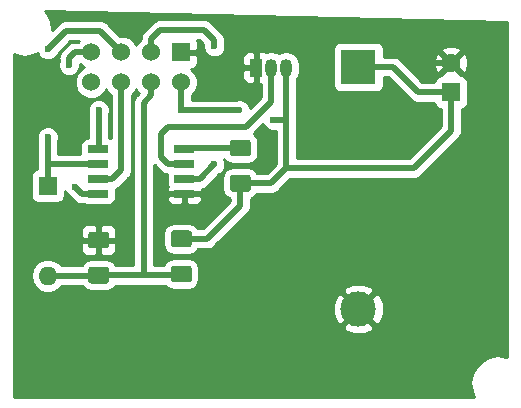
<source format=gbl>
G04 #@! TF.GenerationSoftware,KiCad,Pcbnew,5.0.0*
G04 #@! TF.CreationDate,2018-09-22T16:21:52+03:00*
G04 #@! TF.ProjectId,hamster-attiny85,68616D737465722D617474696E793835,rev?*
G04 #@! TF.SameCoordinates,Original*
G04 #@! TF.FileFunction,Copper,L2,Bot*
G04 #@! TF.FilePolarity,Positive*
%FSLAX46Y46*%
G04 Gerber Fmt 4.6, Leading zero omitted, Abs format (unit mm)*
G04 Created by KiCad (PCBNEW 5.0.0) date Sat Sep 22 16:21:52 2018*
%MOMM*%
%LPD*%
G01*
G04 APERTURE LIST*
G04 #@! TA.AperFunction,ComponentPad*
%ADD10R,1.600000X1.600000*%
G04 #@! TD*
G04 #@! TA.AperFunction,ComponentPad*
%ADD11C,1.600000*%
G04 #@! TD*
G04 #@! TA.AperFunction,ComponentPad*
%ADD12C,3.000000*%
G04 #@! TD*
G04 #@! TA.AperFunction,ComponentPad*
%ADD13R,3.000000X3.000000*%
G04 #@! TD*
G04 #@! TA.AperFunction,Conductor*
%ADD14C,0.150000*%
G04 #@! TD*
G04 #@! TA.AperFunction,SMDPad,CuDef*
%ADD15C,1.425000*%
G04 #@! TD*
G04 #@! TA.AperFunction,ComponentPad*
%ADD16O,1.600000X1.600000*%
G04 #@! TD*
G04 #@! TA.AperFunction,SMDPad,CuDef*
%ADD17R,1.700000X0.650000*%
G04 #@! TD*
G04 #@! TA.AperFunction,ComponentPad*
%ADD18O,1.050000X1.500000*%
G04 #@! TD*
G04 #@! TA.AperFunction,ComponentPad*
%ADD19R,1.050000X1.500000*%
G04 #@! TD*
G04 #@! TA.AperFunction,ComponentPad*
%ADD20R,1.524000X1.524000*%
G04 #@! TD*
G04 #@! TA.AperFunction,ComponentPad*
%ADD21C,1.524000*%
G04 #@! TD*
G04 #@! TA.AperFunction,ViaPad*
%ADD22C,0.600000*%
G04 #@! TD*
G04 #@! TA.AperFunction,Conductor*
%ADD23C,0.500000*%
G04 #@! TD*
G04 #@! TA.AperFunction,Conductor*
%ADD24C,0.254000*%
G04 #@! TD*
G04 APERTURE END LIST*
D10*
G04 #@! TO.P,C1,1*
G04 #@! TO.N,+3V3*
X139900000Y-93250000D03*
D11*
G04 #@! TO.P,C1,2*
G04 #@! TO.N,GND*
X139900000Y-90750000D03*
G04 #@! TD*
D12*
G04 #@! TO.P,BT1,2*
G04 #@! TO.N,GND*
X132050000Y-111590000D03*
D13*
G04 #@! TO.P,BT1,1*
G04 #@! TO.N,+3V3*
X132050000Y-91100000D03*
G04 #@! TD*
D14*
G04 #@! TO.N,Net-(C2-Pad1)*
G04 #@! TO.C,C2*
G36*
X110699504Y-108013704D02*
X110723773Y-108017304D01*
X110747571Y-108023265D01*
X110770671Y-108031530D01*
X110792849Y-108042020D01*
X110813893Y-108054633D01*
X110833598Y-108069247D01*
X110851777Y-108085723D01*
X110868253Y-108103902D01*
X110882867Y-108123607D01*
X110895480Y-108144651D01*
X110905970Y-108166829D01*
X110914235Y-108189929D01*
X110920196Y-108213727D01*
X110923796Y-108237996D01*
X110925000Y-108262500D01*
X110925000Y-109187500D01*
X110923796Y-109212004D01*
X110920196Y-109236273D01*
X110914235Y-109260071D01*
X110905970Y-109283171D01*
X110895480Y-109305349D01*
X110882867Y-109326393D01*
X110868253Y-109346098D01*
X110851777Y-109364277D01*
X110833598Y-109380753D01*
X110813893Y-109395367D01*
X110792849Y-109407980D01*
X110770671Y-109418470D01*
X110747571Y-109426735D01*
X110723773Y-109432696D01*
X110699504Y-109436296D01*
X110675000Y-109437500D01*
X109425000Y-109437500D01*
X109400496Y-109436296D01*
X109376227Y-109432696D01*
X109352429Y-109426735D01*
X109329329Y-109418470D01*
X109307151Y-109407980D01*
X109286107Y-109395367D01*
X109266402Y-109380753D01*
X109248223Y-109364277D01*
X109231747Y-109346098D01*
X109217133Y-109326393D01*
X109204520Y-109305349D01*
X109194030Y-109283171D01*
X109185765Y-109260071D01*
X109179804Y-109236273D01*
X109176204Y-109212004D01*
X109175000Y-109187500D01*
X109175000Y-108262500D01*
X109176204Y-108237996D01*
X109179804Y-108213727D01*
X109185765Y-108189929D01*
X109194030Y-108166829D01*
X109204520Y-108144651D01*
X109217133Y-108123607D01*
X109231747Y-108103902D01*
X109248223Y-108085723D01*
X109266402Y-108069247D01*
X109286107Y-108054633D01*
X109307151Y-108042020D01*
X109329329Y-108031530D01*
X109352429Y-108023265D01*
X109376227Y-108017304D01*
X109400496Y-108013704D01*
X109425000Y-108012500D01*
X110675000Y-108012500D01*
X110699504Y-108013704D01*
X110699504Y-108013704D01*
G37*
D15*
G04 #@! TD*
G04 #@! TO.P,C2,1*
G04 #@! TO.N,Net-(C2-Pad1)*
X110050000Y-108725000D03*
D14*
G04 #@! TO.N,GND*
G04 #@! TO.C,C2*
G36*
X110699504Y-105038704D02*
X110723773Y-105042304D01*
X110747571Y-105048265D01*
X110770671Y-105056530D01*
X110792849Y-105067020D01*
X110813893Y-105079633D01*
X110833598Y-105094247D01*
X110851777Y-105110723D01*
X110868253Y-105128902D01*
X110882867Y-105148607D01*
X110895480Y-105169651D01*
X110905970Y-105191829D01*
X110914235Y-105214929D01*
X110920196Y-105238727D01*
X110923796Y-105262996D01*
X110925000Y-105287500D01*
X110925000Y-106212500D01*
X110923796Y-106237004D01*
X110920196Y-106261273D01*
X110914235Y-106285071D01*
X110905970Y-106308171D01*
X110895480Y-106330349D01*
X110882867Y-106351393D01*
X110868253Y-106371098D01*
X110851777Y-106389277D01*
X110833598Y-106405753D01*
X110813893Y-106420367D01*
X110792849Y-106432980D01*
X110770671Y-106443470D01*
X110747571Y-106451735D01*
X110723773Y-106457696D01*
X110699504Y-106461296D01*
X110675000Y-106462500D01*
X109425000Y-106462500D01*
X109400496Y-106461296D01*
X109376227Y-106457696D01*
X109352429Y-106451735D01*
X109329329Y-106443470D01*
X109307151Y-106432980D01*
X109286107Y-106420367D01*
X109266402Y-106405753D01*
X109248223Y-106389277D01*
X109231747Y-106371098D01*
X109217133Y-106351393D01*
X109204520Y-106330349D01*
X109194030Y-106308171D01*
X109185765Y-106285071D01*
X109179804Y-106261273D01*
X109176204Y-106237004D01*
X109175000Y-106212500D01*
X109175000Y-105287500D01*
X109176204Y-105262996D01*
X109179804Y-105238727D01*
X109185765Y-105214929D01*
X109194030Y-105191829D01*
X109204520Y-105169651D01*
X109217133Y-105148607D01*
X109231747Y-105128902D01*
X109248223Y-105110723D01*
X109266402Y-105094247D01*
X109286107Y-105079633D01*
X109307151Y-105067020D01*
X109329329Y-105056530D01*
X109352429Y-105048265D01*
X109376227Y-105042304D01*
X109400496Y-105038704D01*
X109425000Y-105037500D01*
X110675000Y-105037500D01*
X110699504Y-105038704D01*
X110699504Y-105038704D01*
G37*
D15*
G04 #@! TD*
G04 #@! TO.P,C2,2*
G04 #@! TO.N,GND*
X110050000Y-105750000D03*
D10*
G04 #@! TO.P,D1,1*
G04 #@! TO.N,Net-(D1-Pad1)*
X105750000Y-101150000D03*
D16*
G04 #@! TO.P,D1,2*
G04 #@! TO.N,Net-(C2-Pad1)*
X105750000Y-108770000D03*
G04 #@! TD*
D14*
G04 #@! TO.N,+3V3*
G04 #@! TO.C,R1*
G36*
X122699504Y-100226204D02*
X122723773Y-100229804D01*
X122747571Y-100235765D01*
X122770671Y-100244030D01*
X122792849Y-100254520D01*
X122813893Y-100267133D01*
X122833598Y-100281747D01*
X122851777Y-100298223D01*
X122868253Y-100316402D01*
X122882867Y-100336107D01*
X122895480Y-100357151D01*
X122905970Y-100379329D01*
X122914235Y-100402429D01*
X122920196Y-100426227D01*
X122923796Y-100450496D01*
X122925000Y-100475000D01*
X122925000Y-101400000D01*
X122923796Y-101424504D01*
X122920196Y-101448773D01*
X122914235Y-101472571D01*
X122905970Y-101495671D01*
X122895480Y-101517849D01*
X122882867Y-101538893D01*
X122868253Y-101558598D01*
X122851777Y-101576777D01*
X122833598Y-101593253D01*
X122813893Y-101607867D01*
X122792849Y-101620480D01*
X122770671Y-101630970D01*
X122747571Y-101639235D01*
X122723773Y-101645196D01*
X122699504Y-101648796D01*
X122675000Y-101650000D01*
X121425000Y-101650000D01*
X121400496Y-101648796D01*
X121376227Y-101645196D01*
X121352429Y-101639235D01*
X121329329Y-101630970D01*
X121307151Y-101620480D01*
X121286107Y-101607867D01*
X121266402Y-101593253D01*
X121248223Y-101576777D01*
X121231747Y-101558598D01*
X121217133Y-101538893D01*
X121204520Y-101517849D01*
X121194030Y-101495671D01*
X121185765Y-101472571D01*
X121179804Y-101448773D01*
X121176204Y-101424504D01*
X121175000Y-101400000D01*
X121175000Y-100475000D01*
X121176204Y-100450496D01*
X121179804Y-100426227D01*
X121185765Y-100402429D01*
X121194030Y-100379329D01*
X121204520Y-100357151D01*
X121217133Y-100336107D01*
X121231747Y-100316402D01*
X121248223Y-100298223D01*
X121266402Y-100281747D01*
X121286107Y-100267133D01*
X121307151Y-100254520D01*
X121329329Y-100244030D01*
X121352429Y-100235765D01*
X121376227Y-100229804D01*
X121400496Y-100226204D01*
X121425000Y-100225000D01*
X122675000Y-100225000D01*
X122699504Y-100226204D01*
X122699504Y-100226204D01*
G37*
D15*
G04 #@! TD*
G04 #@! TO.P,R1,1*
G04 #@! TO.N,+3V3*
X122050000Y-100937500D03*
D14*
G04 #@! TO.N,Net-(R1-Pad2)*
G04 #@! TO.C,R1*
G36*
X122699504Y-97251204D02*
X122723773Y-97254804D01*
X122747571Y-97260765D01*
X122770671Y-97269030D01*
X122792849Y-97279520D01*
X122813893Y-97292133D01*
X122833598Y-97306747D01*
X122851777Y-97323223D01*
X122868253Y-97341402D01*
X122882867Y-97361107D01*
X122895480Y-97382151D01*
X122905970Y-97404329D01*
X122914235Y-97427429D01*
X122920196Y-97451227D01*
X122923796Y-97475496D01*
X122925000Y-97500000D01*
X122925000Y-98425000D01*
X122923796Y-98449504D01*
X122920196Y-98473773D01*
X122914235Y-98497571D01*
X122905970Y-98520671D01*
X122895480Y-98542849D01*
X122882867Y-98563893D01*
X122868253Y-98583598D01*
X122851777Y-98601777D01*
X122833598Y-98618253D01*
X122813893Y-98632867D01*
X122792849Y-98645480D01*
X122770671Y-98655970D01*
X122747571Y-98664235D01*
X122723773Y-98670196D01*
X122699504Y-98673796D01*
X122675000Y-98675000D01*
X121425000Y-98675000D01*
X121400496Y-98673796D01*
X121376227Y-98670196D01*
X121352429Y-98664235D01*
X121329329Y-98655970D01*
X121307151Y-98645480D01*
X121286107Y-98632867D01*
X121266402Y-98618253D01*
X121248223Y-98601777D01*
X121231747Y-98583598D01*
X121217133Y-98563893D01*
X121204520Y-98542849D01*
X121194030Y-98520671D01*
X121185765Y-98497571D01*
X121179804Y-98473773D01*
X121176204Y-98449504D01*
X121175000Y-98425000D01*
X121175000Y-97500000D01*
X121176204Y-97475496D01*
X121179804Y-97451227D01*
X121185765Y-97427429D01*
X121194030Y-97404329D01*
X121204520Y-97382151D01*
X121217133Y-97361107D01*
X121231747Y-97341402D01*
X121248223Y-97323223D01*
X121266402Y-97306747D01*
X121286107Y-97292133D01*
X121307151Y-97279520D01*
X121329329Y-97269030D01*
X121352429Y-97260765D01*
X121376227Y-97254804D01*
X121400496Y-97251204D01*
X121425000Y-97250000D01*
X122675000Y-97250000D01*
X122699504Y-97251204D01*
X122699504Y-97251204D01*
G37*
D15*
G04 #@! TD*
G04 #@! TO.P,R1,2*
G04 #@! TO.N,Net-(R1-Pad2)*
X122050000Y-97962500D03*
D14*
G04 #@! TO.N,Net-(C2-Pad1)*
G04 #@! TO.C,R2*
G36*
X117699504Y-107913704D02*
X117723773Y-107917304D01*
X117747571Y-107923265D01*
X117770671Y-107931530D01*
X117792849Y-107942020D01*
X117813893Y-107954633D01*
X117833598Y-107969247D01*
X117851777Y-107985723D01*
X117868253Y-108003902D01*
X117882867Y-108023607D01*
X117895480Y-108044651D01*
X117905970Y-108066829D01*
X117914235Y-108089929D01*
X117920196Y-108113727D01*
X117923796Y-108137996D01*
X117925000Y-108162500D01*
X117925000Y-109087500D01*
X117923796Y-109112004D01*
X117920196Y-109136273D01*
X117914235Y-109160071D01*
X117905970Y-109183171D01*
X117895480Y-109205349D01*
X117882867Y-109226393D01*
X117868253Y-109246098D01*
X117851777Y-109264277D01*
X117833598Y-109280753D01*
X117813893Y-109295367D01*
X117792849Y-109307980D01*
X117770671Y-109318470D01*
X117747571Y-109326735D01*
X117723773Y-109332696D01*
X117699504Y-109336296D01*
X117675000Y-109337500D01*
X116425000Y-109337500D01*
X116400496Y-109336296D01*
X116376227Y-109332696D01*
X116352429Y-109326735D01*
X116329329Y-109318470D01*
X116307151Y-109307980D01*
X116286107Y-109295367D01*
X116266402Y-109280753D01*
X116248223Y-109264277D01*
X116231747Y-109246098D01*
X116217133Y-109226393D01*
X116204520Y-109205349D01*
X116194030Y-109183171D01*
X116185765Y-109160071D01*
X116179804Y-109136273D01*
X116176204Y-109112004D01*
X116175000Y-109087500D01*
X116175000Y-108162500D01*
X116176204Y-108137996D01*
X116179804Y-108113727D01*
X116185765Y-108089929D01*
X116194030Y-108066829D01*
X116204520Y-108044651D01*
X116217133Y-108023607D01*
X116231747Y-108003902D01*
X116248223Y-107985723D01*
X116266402Y-107969247D01*
X116286107Y-107954633D01*
X116307151Y-107942020D01*
X116329329Y-107931530D01*
X116352429Y-107923265D01*
X116376227Y-107917304D01*
X116400496Y-107913704D01*
X116425000Y-107912500D01*
X117675000Y-107912500D01*
X117699504Y-107913704D01*
X117699504Y-107913704D01*
G37*
D15*
G04 #@! TD*
G04 #@! TO.P,R2,2*
G04 #@! TO.N,Net-(C2-Pad1)*
X117050000Y-108625000D03*
D14*
G04 #@! TO.N,+3V3*
G04 #@! TO.C,R2*
G36*
X117699504Y-104938704D02*
X117723773Y-104942304D01*
X117747571Y-104948265D01*
X117770671Y-104956530D01*
X117792849Y-104967020D01*
X117813893Y-104979633D01*
X117833598Y-104994247D01*
X117851777Y-105010723D01*
X117868253Y-105028902D01*
X117882867Y-105048607D01*
X117895480Y-105069651D01*
X117905970Y-105091829D01*
X117914235Y-105114929D01*
X117920196Y-105138727D01*
X117923796Y-105162996D01*
X117925000Y-105187500D01*
X117925000Y-106112500D01*
X117923796Y-106137004D01*
X117920196Y-106161273D01*
X117914235Y-106185071D01*
X117905970Y-106208171D01*
X117895480Y-106230349D01*
X117882867Y-106251393D01*
X117868253Y-106271098D01*
X117851777Y-106289277D01*
X117833598Y-106305753D01*
X117813893Y-106320367D01*
X117792849Y-106332980D01*
X117770671Y-106343470D01*
X117747571Y-106351735D01*
X117723773Y-106357696D01*
X117699504Y-106361296D01*
X117675000Y-106362500D01*
X116425000Y-106362500D01*
X116400496Y-106361296D01*
X116376227Y-106357696D01*
X116352429Y-106351735D01*
X116329329Y-106343470D01*
X116307151Y-106332980D01*
X116286107Y-106320367D01*
X116266402Y-106305753D01*
X116248223Y-106289277D01*
X116231747Y-106271098D01*
X116217133Y-106251393D01*
X116204520Y-106230349D01*
X116194030Y-106208171D01*
X116185765Y-106185071D01*
X116179804Y-106161273D01*
X116176204Y-106137004D01*
X116175000Y-106112500D01*
X116175000Y-105187500D01*
X116176204Y-105162996D01*
X116179804Y-105138727D01*
X116185765Y-105114929D01*
X116194030Y-105091829D01*
X116204520Y-105069651D01*
X116217133Y-105048607D01*
X116231747Y-105028902D01*
X116248223Y-105010723D01*
X116266402Y-104994247D01*
X116286107Y-104979633D01*
X116307151Y-104967020D01*
X116329329Y-104956530D01*
X116352429Y-104948265D01*
X116376227Y-104942304D01*
X116400496Y-104938704D01*
X116425000Y-104937500D01*
X117675000Y-104937500D01*
X117699504Y-104938704D01*
X117699504Y-104938704D01*
G37*
D15*
G04 #@! TD*
G04 #@! TO.P,R2,1*
G04 #@! TO.N,+3V3*
X117050000Y-105650000D03*
D17*
G04 #@! TO.P,U1,1*
G04 #@! TO.N,Net-(R1-Pad2)*
X117300000Y-98045000D03*
G04 #@! TO.P,U1,2*
G04 #@! TO.N,Net-(U1-Pad2)*
X117300000Y-99315000D03*
G04 #@! TO.P,U1,3*
G04 #@! TO.N,Net-(U1-Pad3)*
X117300000Y-100585000D03*
G04 #@! TO.P,U1,4*
G04 #@! TO.N,GND*
X117300000Y-101855000D03*
G04 #@! TO.P,U1,5*
G04 #@! TO.N,Net-(U1-Pad5)*
X110000000Y-101855000D03*
G04 #@! TO.P,U1,6*
G04 #@! TO.N,Net-(U1-Pad6)*
X110000000Y-100585000D03*
G04 #@! TO.P,U1,7*
G04 #@! TO.N,Net-(D1-Pad1)*
X110000000Y-99315000D03*
G04 #@! TO.P,U1,8*
G04 #@! TO.N,+3V3*
X110000000Y-98045000D03*
G04 #@! TD*
D18*
G04 #@! TO.P,U2,2*
G04 #@! TO.N,Net-(U1-Pad2)*
X124650000Y-91150000D03*
G04 #@! TO.P,U2,3*
G04 #@! TO.N,+3V3*
X125920000Y-91150000D03*
D19*
G04 #@! TO.P,U2,1*
G04 #@! TO.N,GND*
X123380000Y-91150000D03*
G04 #@! TD*
D20*
G04 #@! TO.P,U3,1*
G04 #@! TO.N,GND*
X117050000Y-89850000D03*
D21*
G04 #@! TO.P,U3,2*
G04 #@! TO.N,+3V3*
X117050000Y-92390000D03*
G04 #@! TO.P,U3,3*
G04 #@! TO.N,Net-(U1-Pad3)*
X114510000Y-89850000D03*
G04 #@! TO.P,U3,4*
G04 #@! TO.N,Net-(C2-Pad1)*
X114510000Y-92390000D03*
G04 #@! TO.P,U3,5*
G04 #@! TO.N,Net-(D1-Pad1)*
X111970000Y-89850000D03*
G04 #@! TO.P,U3,6*
G04 #@! TO.N,Net-(U1-Pad6)*
X111970000Y-92390000D03*
G04 #@! TO.P,U3,7*
G04 #@! TO.N,Net-(U1-Pad5)*
X109430000Y-89850000D03*
G04 #@! TO.P,U3,8*
G04 #@! TO.N,Net-(U3-Pad8)*
X109430000Y-92390000D03*
G04 #@! TD*
D22*
G04 #@! TO.N,GND*
X110050000Y-104200000D03*
X122050000Y-91150000D03*
X136350000Y-89100000D03*
G04 #@! TO.N,+3V3*
X124850000Y-95550000D03*
X121950000Y-94750000D03*
X117050000Y-94750000D03*
X110050000Y-94750000D03*
G04 #@! TO.N,Net-(D1-Pad1)*
X105750000Y-97050000D03*
X105750000Y-89600000D03*
G04 #@! TO.N,Net-(U1-Pad3)*
X119850000Y-99350000D03*
X119850000Y-89350000D03*
G04 #@! TO.N,Net-(U1-Pad5)*
X107550000Y-90950000D03*
X108050002Y-101250000D03*
G04 #@! TD*
D23*
G04 #@! TO.N,GND*
X110050000Y-105750000D02*
X110050000Y-104200000D01*
X123380000Y-91150000D02*
X122050000Y-91150000D01*
X139900000Y-90750000D02*
X138000000Y-90750000D01*
X138000000Y-90750000D02*
X136350000Y-89100000D01*
G04 #@! TO.N,+3V3*
X117050000Y-105650000D02*
X119250000Y-105650000D01*
X122050000Y-102850000D02*
X122050000Y-100937500D01*
X119250000Y-105650000D02*
X122050000Y-102850000D01*
X125920000Y-91413161D02*
X125920000Y-91150000D01*
X122050000Y-100937500D02*
X124662500Y-100937500D01*
X124662500Y-100937500D02*
X125920000Y-99680000D01*
X125920000Y-99680000D02*
X125920000Y-98150000D01*
X125920000Y-95550000D02*
X124850000Y-95550000D01*
X125920000Y-95550000D02*
X125920000Y-91413161D01*
X125920000Y-98150000D02*
X125920000Y-95550000D01*
X121950000Y-94750000D02*
X117050000Y-94750000D01*
X110050000Y-97995000D02*
X110000000Y-98045000D01*
X110050000Y-94750000D02*
X110050000Y-97995000D01*
X117050000Y-94750000D02*
X117050000Y-92390000D01*
X136720000Y-99680000D02*
X125920000Y-99680000D01*
X139900000Y-93250000D02*
X139900000Y-96500000D01*
X139900000Y-96500000D02*
X136720000Y-99680000D01*
X137100000Y-93250000D02*
X139900000Y-93250000D01*
X132050000Y-91100000D02*
X134950000Y-91100000D01*
X134950000Y-91100000D02*
X137100000Y-93250000D01*
G04 #@! TO.N,Net-(C2-Pad1)*
X110005000Y-108770000D02*
X110050000Y-108725000D01*
X105750000Y-108770000D02*
X110005000Y-108770000D01*
X116950000Y-108725000D02*
X117050000Y-108625000D01*
X114550000Y-108725000D02*
X116950000Y-108725000D01*
X114510000Y-93467630D02*
X113850000Y-94127630D01*
X114510000Y-92390000D02*
X114510000Y-93467630D01*
X113850000Y-94127630D02*
X113850000Y-108725000D01*
X110050000Y-108725000D02*
X113850000Y-108725000D01*
X113850000Y-108725000D02*
X114550000Y-108725000D01*
G04 #@! TO.N,Net-(D1-Pad1)*
X105815000Y-99315000D02*
X105750000Y-99250000D01*
X105750000Y-97050000D02*
X105750000Y-99250000D01*
X110000000Y-99315000D02*
X105815000Y-99315000D01*
X105750000Y-99250000D02*
X105750000Y-101150000D01*
X106049999Y-89300001D02*
X105750000Y-89600000D01*
X111970000Y-89850000D02*
X110170000Y-88050000D01*
X107300000Y-88050000D02*
X106049999Y-89300001D01*
X110170000Y-88050000D02*
X107300000Y-88050000D01*
G04 #@! TO.N,Net-(R1-Pad2)*
X117382500Y-97962500D02*
X117300000Y-98045000D01*
X122050000Y-97962500D02*
X117382500Y-97962500D01*
G04 #@! TO.N,Net-(U1-Pad2)*
X124650000Y-94050000D02*
X124650000Y-91150000D01*
X115915000Y-99315000D02*
X115350000Y-98750000D01*
X115350000Y-98750000D02*
X115350000Y-96750000D01*
X115950000Y-96150000D02*
X122550000Y-96150000D01*
X117300000Y-99315000D02*
X115915000Y-99315000D01*
X115350000Y-96750000D02*
X115950000Y-96150000D01*
X122550000Y-96150000D02*
X124650000Y-94050000D01*
G04 #@! TO.N,Net-(U1-Pad3)*
X117300000Y-100585000D02*
X118615000Y-100585000D01*
X118615000Y-100585000D02*
X119850000Y-99350000D01*
X119850000Y-88850000D02*
X119850000Y-89350000D01*
X115250000Y-87950000D02*
X118950000Y-87950000D01*
X118950000Y-87950000D02*
X119850000Y-88850000D01*
X114510000Y-89850000D02*
X114510000Y-88690000D01*
X114510000Y-88690000D02*
X115250000Y-87950000D01*
G04 #@! TO.N,Net-(U1-Pad5)*
X108050002Y-101255002D02*
X108050002Y-101250000D01*
X108650000Y-101855000D02*
X108050002Y-101255002D01*
X110000000Y-101855000D02*
X108650000Y-101855000D01*
X108050000Y-89850000D02*
X109430000Y-89850000D01*
X107550000Y-90950000D02*
X107550000Y-90350000D01*
X107550000Y-90350000D02*
X108050000Y-89850000D01*
G04 #@! TO.N,Net-(U1-Pad6)*
X111970000Y-93467630D02*
X111970000Y-92390000D01*
X110000000Y-100585000D02*
X111215000Y-100585000D01*
X111970000Y-99830000D02*
X111970000Y-93467630D01*
X111215000Y-100585000D02*
X111970000Y-99830000D01*
G04 #@! TD*
D24*
G04 #@! TO.N,GND*
G36*
X144623000Y-87274012D02*
X144623000Y-115661038D01*
X144570010Y-115634038D01*
X143850000Y-115520000D01*
X143129990Y-115634038D01*
X142480460Y-115964990D01*
X141964990Y-116480460D01*
X141634038Y-117129990D01*
X141520000Y-117850000D01*
X141634038Y-118570010D01*
X141864848Y-119023000D01*
X102877000Y-119023000D01*
X102877000Y-113103970D01*
X130715635Y-113103970D01*
X130875418Y-113422739D01*
X131666187Y-113732723D01*
X132515387Y-113716497D01*
X133224582Y-113422739D01*
X133384365Y-113103970D01*
X132050000Y-111769605D01*
X130715635Y-113103970D01*
X102877000Y-113103970D01*
X102877000Y-111206187D01*
X129907277Y-111206187D01*
X129923503Y-112055387D01*
X130217261Y-112764582D01*
X130536030Y-112924365D01*
X131870395Y-111590000D01*
X132229605Y-111590000D01*
X133563970Y-112924365D01*
X133882739Y-112764582D01*
X134192723Y-111973813D01*
X134176497Y-111124613D01*
X133882739Y-110415418D01*
X133563970Y-110255635D01*
X132229605Y-111590000D01*
X131870395Y-111590000D01*
X130536030Y-110255635D01*
X130217261Y-110415418D01*
X129907277Y-111206187D01*
X102877000Y-111206187D01*
X102877000Y-106035750D01*
X108540000Y-106035750D01*
X108540000Y-106588809D01*
X108636673Y-106822198D01*
X108815301Y-107000827D01*
X109048690Y-107097500D01*
X109764250Y-107097500D01*
X109923000Y-106938750D01*
X109923000Y-105877000D01*
X110177000Y-105877000D01*
X110177000Y-106938750D01*
X110335750Y-107097500D01*
X111051310Y-107097500D01*
X111284699Y-107000827D01*
X111463327Y-106822198D01*
X111560000Y-106588809D01*
X111560000Y-106035750D01*
X111401250Y-105877000D01*
X110177000Y-105877000D01*
X109923000Y-105877000D01*
X108698750Y-105877000D01*
X108540000Y-106035750D01*
X102877000Y-106035750D01*
X102877000Y-104911191D01*
X108540000Y-104911191D01*
X108540000Y-105464250D01*
X108698750Y-105623000D01*
X109923000Y-105623000D01*
X109923000Y-104561250D01*
X110177000Y-104561250D01*
X110177000Y-105623000D01*
X111401250Y-105623000D01*
X111560000Y-105464250D01*
X111560000Y-104911191D01*
X111463327Y-104677802D01*
X111284699Y-104499173D01*
X111051310Y-104402500D01*
X110335750Y-104402500D01*
X110177000Y-104561250D01*
X109923000Y-104561250D01*
X109764250Y-104402500D01*
X109048690Y-104402500D01*
X108815301Y-104499173D01*
X108636673Y-104677802D01*
X108540000Y-104911191D01*
X102877000Y-104911191D01*
X102877000Y-90012533D01*
X103079990Y-90115962D01*
X103800000Y-90230000D01*
X104520010Y-90115962D01*
X104876453Y-89934345D01*
X104957345Y-90129635D01*
X105220365Y-90392655D01*
X105564017Y-90535000D01*
X105935983Y-90535000D01*
X106279635Y-90392655D01*
X106542655Y-90129635D01*
X106592656Y-90008922D01*
X106737423Y-89864155D01*
X107666579Y-88935000D01*
X108369343Y-88935000D01*
X108339343Y-88965000D01*
X108137161Y-88965000D01*
X108050000Y-88947663D01*
X107962839Y-88965000D01*
X107962835Y-88965000D01*
X107704690Y-89016348D01*
X107411951Y-89211951D01*
X107362575Y-89285847D01*
X106985845Y-89662577D01*
X106911952Y-89711951D01*
X106862577Y-89785845D01*
X106862576Y-89785846D01*
X106831533Y-89832305D01*
X106716348Y-90004690D01*
X106665000Y-90262835D01*
X106665000Y-90262839D01*
X106647663Y-90350000D01*
X106665000Y-90437161D01*
X106665000Y-90643306D01*
X106615000Y-90764017D01*
X106615000Y-91135983D01*
X106757345Y-91479635D01*
X107020365Y-91742655D01*
X107364017Y-91885000D01*
X107735983Y-91885000D01*
X108079635Y-91742655D01*
X108342655Y-91479635D01*
X108485000Y-91135983D01*
X108485000Y-90880657D01*
X108638663Y-91034320D01*
X108845513Y-91120000D01*
X108638663Y-91205680D01*
X108245680Y-91598663D01*
X108033000Y-92112119D01*
X108033000Y-92667881D01*
X108245680Y-93181337D01*
X108638663Y-93574320D01*
X109152119Y-93787000D01*
X109707881Y-93787000D01*
X110221337Y-93574320D01*
X110614320Y-93181337D01*
X110700000Y-92974487D01*
X110785680Y-93181337D01*
X111085000Y-93480657D01*
X111085000Y-93554794D01*
X111085001Y-93554799D01*
X111085000Y-97119304D01*
X110935000Y-97089467D01*
X110935000Y-95056694D01*
X110985000Y-94935983D01*
X110985000Y-94564017D01*
X110842655Y-94220365D01*
X110579635Y-93957345D01*
X110235983Y-93815000D01*
X109864017Y-93815000D01*
X109520365Y-93957345D01*
X109257345Y-94220365D01*
X109115000Y-94564017D01*
X109115000Y-94935983D01*
X109165000Y-95056694D01*
X109165001Y-97072560D01*
X109150000Y-97072560D01*
X108902235Y-97121843D01*
X108692191Y-97262191D01*
X108551843Y-97472235D01*
X108502560Y-97720000D01*
X108502560Y-98370000D01*
X108514495Y-98430000D01*
X106635000Y-98430000D01*
X106635000Y-97356694D01*
X106685000Y-97235983D01*
X106685000Y-96864017D01*
X106542655Y-96520365D01*
X106279635Y-96257345D01*
X105935983Y-96115000D01*
X105564017Y-96115000D01*
X105220365Y-96257345D01*
X104957345Y-96520365D01*
X104815000Y-96864017D01*
X104815000Y-97235983D01*
X104865000Y-97356694D01*
X104865001Y-99162831D01*
X104865000Y-99162836D01*
X104865000Y-99162839D01*
X104847663Y-99250000D01*
X104865000Y-99337161D01*
X104865000Y-99719467D01*
X104702235Y-99751843D01*
X104492191Y-99892191D01*
X104351843Y-100102235D01*
X104302560Y-100350000D01*
X104302560Y-101950000D01*
X104351843Y-102197765D01*
X104492191Y-102407809D01*
X104702235Y-102548157D01*
X104950000Y-102597440D01*
X106550000Y-102597440D01*
X106797765Y-102548157D01*
X107007809Y-102407809D01*
X107148157Y-102197765D01*
X107197440Y-101950000D01*
X107197440Y-101635006D01*
X107257347Y-101779635D01*
X107520367Y-102042655D01*
X107632540Y-102089119D01*
X107962577Y-102419156D01*
X108011951Y-102493049D01*
X108085844Y-102542423D01*
X108085845Y-102542424D01*
X108168182Y-102597440D01*
X108304690Y-102688652D01*
X108562835Y-102740000D01*
X108562839Y-102740000D01*
X108649999Y-102757337D01*
X108737159Y-102740000D01*
X108845129Y-102740000D01*
X108902235Y-102778157D01*
X109150000Y-102827440D01*
X110850000Y-102827440D01*
X111097765Y-102778157D01*
X111307809Y-102637809D01*
X111448157Y-102427765D01*
X111497440Y-102180000D01*
X111497440Y-101530000D01*
X111478528Y-101434919D01*
X111560310Y-101418652D01*
X111853049Y-101223049D01*
X111902425Y-101149153D01*
X112534156Y-100517423D01*
X112608049Y-100468049D01*
X112688490Y-100347662D01*
X112775570Y-100217337D01*
X112803652Y-100175310D01*
X112855000Y-99917165D01*
X112855000Y-99917161D01*
X112872337Y-99830001D01*
X112855000Y-99742841D01*
X112855000Y-93480657D01*
X113154320Y-93181337D01*
X113240000Y-92974487D01*
X113325680Y-93181337D01*
X113435197Y-93290854D01*
X113285847Y-93440205D01*
X113211951Y-93489581D01*
X113016348Y-93782321D01*
X112965000Y-94040466D01*
X112965000Y-94040469D01*
X112947663Y-94127630D01*
X112965000Y-94214791D01*
X112965001Y-107840000D01*
X111451297Y-107840000D01*
X111309586Y-107627914D01*
X111018435Y-107433374D01*
X110675000Y-107365060D01*
X109425000Y-107365060D01*
X109081565Y-107433374D01*
X108790414Y-107627914D01*
X108618635Y-107885000D01*
X106884521Y-107885000D01*
X106784577Y-107735423D01*
X106309909Y-107418260D01*
X105891333Y-107335000D01*
X105608667Y-107335000D01*
X105190091Y-107418260D01*
X104715423Y-107735423D01*
X104398260Y-108210091D01*
X104286887Y-108770000D01*
X104398260Y-109329909D01*
X104715423Y-109804577D01*
X105190091Y-110121740D01*
X105608667Y-110205000D01*
X105891333Y-110205000D01*
X106309909Y-110121740D01*
X106784577Y-109804577D01*
X106884521Y-109655000D01*
X108678771Y-109655000D01*
X108790414Y-109822086D01*
X109081565Y-110016626D01*
X109425000Y-110084940D01*
X110675000Y-110084940D01*
X110719793Y-110076030D01*
X130715635Y-110076030D01*
X132050000Y-111410395D01*
X133384365Y-110076030D01*
X133224582Y-109757261D01*
X132433813Y-109447277D01*
X131584613Y-109463503D01*
X130875418Y-109757261D01*
X130715635Y-110076030D01*
X110719793Y-110076030D01*
X111018435Y-110016626D01*
X111309586Y-109822086D01*
X111451297Y-109610000D01*
X113762836Y-109610000D01*
X113850000Y-109627338D01*
X113937165Y-109610000D01*
X115715521Y-109610000D01*
X115790414Y-109722086D01*
X116081565Y-109916626D01*
X116425000Y-109984940D01*
X117675000Y-109984940D01*
X118018435Y-109916626D01*
X118309586Y-109722086D01*
X118504126Y-109430935D01*
X118572440Y-109087500D01*
X118572440Y-108162500D01*
X118504126Y-107819065D01*
X118309586Y-107527914D01*
X118018435Y-107333374D01*
X117675000Y-107265060D01*
X116425000Y-107265060D01*
X116081565Y-107333374D01*
X115790414Y-107527914D01*
X115595874Y-107819065D01*
X115591710Y-107840000D01*
X114735000Y-107840000D01*
X114735000Y-102140750D01*
X115815000Y-102140750D01*
X115815000Y-102306310D01*
X115911673Y-102539699D01*
X116090302Y-102718327D01*
X116323691Y-102815000D01*
X117014250Y-102815000D01*
X117173000Y-102656250D01*
X117173000Y-101982000D01*
X117427000Y-101982000D01*
X117427000Y-102656250D01*
X117585750Y-102815000D01*
X118276309Y-102815000D01*
X118509698Y-102718327D01*
X118688327Y-102539699D01*
X118785000Y-102306310D01*
X118785000Y-102140750D01*
X118626250Y-101982000D01*
X117427000Y-101982000D01*
X117173000Y-101982000D01*
X115973750Y-101982000D01*
X115815000Y-102140750D01*
X114735000Y-102140750D01*
X114735000Y-99403450D01*
X114785846Y-99437425D01*
X115227577Y-99879155D01*
X115276951Y-99953049D01*
X115350844Y-100002423D01*
X115350845Y-100002424D01*
X115399841Y-100035162D01*
X115569690Y-100148652D01*
X115815002Y-100197447D01*
X115802560Y-100260000D01*
X115802560Y-100910000D01*
X115851843Y-101157765D01*
X115891983Y-101217838D01*
X115815000Y-101403690D01*
X115815000Y-101569250D01*
X115973750Y-101728000D01*
X117173000Y-101728000D01*
X117173000Y-101708000D01*
X117427000Y-101708000D01*
X117427000Y-101728000D01*
X118626250Y-101728000D01*
X118785000Y-101569250D01*
X118785000Y-101453523D01*
X118960310Y-101418652D01*
X119253049Y-101223049D01*
X119302425Y-101149153D01*
X120258924Y-100192655D01*
X120379635Y-100142655D01*
X120642655Y-99879635D01*
X120785000Y-99535983D01*
X120785000Y-99164017D01*
X120662362Y-98867941D01*
X120790414Y-99059586D01*
X121081565Y-99254126D01*
X121425000Y-99322440D01*
X122675000Y-99322440D01*
X123018435Y-99254126D01*
X123309586Y-99059586D01*
X123504126Y-98768435D01*
X123572440Y-98425000D01*
X123572440Y-97500000D01*
X123504126Y-97156565D01*
X123309586Y-96865414D01*
X123189824Y-96785392D01*
X123237425Y-96714153D01*
X124003042Y-95948536D01*
X124057345Y-96079635D01*
X124320365Y-96342655D01*
X124664017Y-96485000D01*
X125035001Y-96485000D01*
X125035000Y-98237164D01*
X125035001Y-98237169D01*
X125035000Y-99313421D01*
X124295922Y-100052500D01*
X123451297Y-100052500D01*
X123309586Y-99840414D01*
X123018435Y-99645874D01*
X122675000Y-99577560D01*
X121425000Y-99577560D01*
X121081565Y-99645874D01*
X120790414Y-99840414D01*
X120595874Y-100131565D01*
X120527560Y-100475000D01*
X120527560Y-101400000D01*
X120595874Y-101743435D01*
X120790414Y-102034586D01*
X121081565Y-102229126D01*
X121165000Y-102245722D01*
X121165000Y-102483421D01*
X118883422Y-104765000D01*
X118451297Y-104765000D01*
X118309586Y-104552914D01*
X118018435Y-104358374D01*
X117675000Y-104290060D01*
X116425000Y-104290060D01*
X116081565Y-104358374D01*
X115790414Y-104552914D01*
X115595874Y-104844065D01*
X115527560Y-105187500D01*
X115527560Y-106112500D01*
X115595874Y-106455935D01*
X115790414Y-106747086D01*
X116081565Y-106941626D01*
X116425000Y-107009940D01*
X117675000Y-107009940D01*
X118018435Y-106941626D01*
X118309586Y-106747086D01*
X118451297Y-106535000D01*
X119162839Y-106535000D01*
X119250000Y-106552337D01*
X119337161Y-106535000D01*
X119337165Y-106535000D01*
X119595310Y-106483652D01*
X119888049Y-106288049D01*
X119937425Y-106214153D01*
X122614156Y-103537423D01*
X122688049Y-103488049D01*
X122883652Y-103195310D01*
X122935000Y-102937165D01*
X122935000Y-102937161D01*
X122952337Y-102850000D01*
X122935000Y-102762839D01*
X122935000Y-102245722D01*
X123018435Y-102229126D01*
X123309586Y-102034586D01*
X123451297Y-101822500D01*
X124575339Y-101822500D01*
X124662500Y-101839837D01*
X124749661Y-101822500D01*
X124749665Y-101822500D01*
X125007810Y-101771152D01*
X125300549Y-101575549D01*
X125349925Y-101501653D01*
X126286579Y-100565000D01*
X136632839Y-100565000D01*
X136720000Y-100582337D01*
X136807161Y-100565000D01*
X136807165Y-100565000D01*
X137065310Y-100513652D01*
X137358049Y-100318049D01*
X137407425Y-100244153D01*
X140464156Y-97187423D01*
X140538049Y-97138049D01*
X140595321Y-97052337D01*
X140733651Y-96845311D01*
X140733652Y-96845310D01*
X140785000Y-96587165D01*
X140785000Y-96587161D01*
X140802337Y-96500001D01*
X140785000Y-96412841D01*
X140785000Y-94680533D01*
X140947765Y-94648157D01*
X141157809Y-94507809D01*
X141298157Y-94297765D01*
X141347440Y-94050000D01*
X141347440Y-92450000D01*
X141298157Y-92202235D01*
X141157809Y-91992191D01*
X140947765Y-91851843D01*
X140713813Y-91805307D01*
X140728139Y-91757745D01*
X139900000Y-90929605D01*
X139071861Y-91757745D01*
X139086187Y-91805307D01*
X138852235Y-91851843D01*
X138642191Y-91992191D01*
X138501843Y-92202235D01*
X138469467Y-92365000D01*
X137466579Y-92365000D01*
X135637425Y-90535847D01*
X135635672Y-90533223D01*
X138453035Y-90533223D01*
X138480222Y-91103454D01*
X138646136Y-91504005D01*
X138892255Y-91578139D01*
X139720395Y-90750000D01*
X140079605Y-90750000D01*
X140907745Y-91578139D01*
X141153864Y-91504005D01*
X141346965Y-90966777D01*
X141319778Y-90396546D01*
X141153864Y-89995995D01*
X140907745Y-89921861D01*
X140079605Y-90750000D01*
X139720395Y-90750000D01*
X138892255Y-89921861D01*
X138646136Y-89995995D01*
X138453035Y-90533223D01*
X135635672Y-90533223D01*
X135588049Y-90461951D01*
X135295310Y-90266348D01*
X135037165Y-90215000D01*
X135037161Y-90215000D01*
X134950000Y-90197663D01*
X134862839Y-90215000D01*
X134197440Y-90215000D01*
X134197440Y-89742255D01*
X139071861Y-89742255D01*
X139900000Y-90570395D01*
X140728139Y-89742255D01*
X140654005Y-89496136D01*
X140116777Y-89303035D01*
X139546546Y-89330222D01*
X139145995Y-89496136D01*
X139071861Y-89742255D01*
X134197440Y-89742255D01*
X134197440Y-89600000D01*
X134148157Y-89352235D01*
X134007809Y-89142191D01*
X133797765Y-89001843D01*
X133550000Y-88952560D01*
X130550000Y-88952560D01*
X130302235Y-89001843D01*
X130092191Y-89142191D01*
X129951843Y-89352235D01*
X129902560Y-89600000D01*
X129902560Y-92600000D01*
X129951843Y-92847765D01*
X130092191Y-93057809D01*
X130302235Y-93198157D01*
X130550000Y-93247440D01*
X133550000Y-93247440D01*
X133797765Y-93198157D01*
X134007809Y-93057809D01*
X134148157Y-92847765D01*
X134197440Y-92600000D01*
X134197440Y-91985000D01*
X134583422Y-91985000D01*
X136412577Y-93814156D01*
X136461951Y-93888049D01*
X136535844Y-93937423D01*
X136535845Y-93937424D01*
X136565659Y-93957345D01*
X136754690Y-94083652D01*
X137012835Y-94135000D01*
X137012839Y-94135000D01*
X137099999Y-94152337D01*
X137187159Y-94135000D01*
X138469467Y-94135000D01*
X138501843Y-94297765D01*
X138642191Y-94507809D01*
X138852235Y-94648157D01*
X139015000Y-94680533D01*
X139015001Y-96133420D01*
X136353422Y-98795000D01*
X126805000Y-98795000D01*
X126805000Y-95637164D01*
X126822338Y-95550000D01*
X126805000Y-95462835D01*
X126805000Y-92138447D01*
X127012695Y-91827608D01*
X127080000Y-91489245D01*
X127080000Y-90810754D01*
X127012695Y-90472391D01*
X126756313Y-90088687D01*
X126372608Y-89832305D01*
X125920000Y-89742275D01*
X125467391Y-89832305D01*
X125285000Y-89954175D01*
X125102608Y-89832305D01*
X124650000Y-89742275D01*
X124197391Y-89832305D01*
X124196016Y-89833224D01*
X124031309Y-89765000D01*
X123665750Y-89765000D01*
X123507000Y-89923750D01*
X123507000Y-90725291D01*
X123490000Y-90810755D01*
X123490000Y-91489246D01*
X123507000Y-91574710D01*
X123507000Y-92376250D01*
X123665750Y-92535000D01*
X123765001Y-92535000D01*
X123765000Y-93683421D01*
X122884826Y-94563596D01*
X122742655Y-94220365D01*
X122479635Y-93957345D01*
X122135983Y-93815000D01*
X121764017Y-93815000D01*
X121643306Y-93865000D01*
X117935000Y-93865000D01*
X117935000Y-93480657D01*
X118234320Y-93181337D01*
X118447000Y-92667881D01*
X118447000Y-92112119D01*
X118234320Y-91598663D01*
X118071407Y-91435750D01*
X122220000Y-91435750D01*
X122220000Y-92026310D01*
X122316673Y-92259699D01*
X122495302Y-92438327D01*
X122728691Y-92535000D01*
X123094250Y-92535000D01*
X123253000Y-92376250D01*
X123253000Y-91277000D01*
X122378750Y-91277000D01*
X122220000Y-91435750D01*
X118071407Y-91435750D01*
X117882657Y-91247000D01*
X117938310Y-91247000D01*
X118171699Y-91150327D01*
X118350327Y-90971698D01*
X118447000Y-90738309D01*
X118447000Y-90135750D01*
X118288250Y-89977000D01*
X117177000Y-89977000D01*
X117177000Y-89997000D01*
X116923000Y-89997000D01*
X116923000Y-89977000D01*
X116903000Y-89977000D01*
X116903000Y-89723000D01*
X116923000Y-89723000D01*
X116923000Y-89703000D01*
X117177000Y-89703000D01*
X117177000Y-89723000D01*
X118288250Y-89723000D01*
X118447000Y-89564250D01*
X118447000Y-88961691D01*
X118394523Y-88835000D01*
X118583422Y-88835000D01*
X118915000Y-89166579D01*
X118915000Y-89535983D01*
X119057345Y-89879635D01*
X119320365Y-90142655D01*
X119664017Y-90285000D01*
X120035983Y-90285000D01*
X120063287Y-90273690D01*
X122220000Y-90273690D01*
X122220000Y-90864250D01*
X122378750Y-91023000D01*
X123253000Y-91023000D01*
X123253000Y-89923750D01*
X123094250Y-89765000D01*
X122728691Y-89765000D01*
X122495302Y-89861673D01*
X122316673Y-90040301D01*
X122220000Y-90273690D01*
X120063287Y-90273690D01*
X120379635Y-90142655D01*
X120642655Y-89879635D01*
X120785000Y-89535983D01*
X120785000Y-89164017D01*
X120735000Y-89043306D01*
X120735000Y-88937159D01*
X120752337Y-88849999D01*
X120735000Y-88762839D01*
X120735000Y-88762835D01*
X120683652Y-88504690D01*
X120543748Y-88295310D01*
X120537424Y-88285845D01*
X120537423Y-88285844D01*
X120488049Y-88211951D01*
X120414156Y-88162577D01*
X119637425Y-87385847D01*
X119588049Y-87311951D01*
X119295310Y-87116348D01*
X119037165Y-87065000D01*
X119037161Y-87065000D01*
X118950000Y-87047663D01*
X118862839Y-87065000D01*
X115337159Y-87065000D01*
X115249999Y-87047663D01*
X115162840Y-87065000D01*
X115162835Y-87065000D01*
X114904690Y-87116348D01*
X114809444Y-87179990D01*
X114685845Y-87262576D01*
X114685844Y-87262577D01*
X114611951Y-87311951D01*
X114562577Y-87385844D01*
X113945845Y-88002577D01*
X113871952Y-88051951D01*
X113822578Y-88125844D01*
X113822576Y-88125846D01*
X113676348Y-88344691D01*
X113607663Y-88690000D01*
X113622044Y-88762299D01*
X113325680Y-89058663D01*
X113240000Y-89265513D01*
X113154320Y-89058663D01*
X112761337Y-88665680D01*
X112247881Y-88453000D01*
X111824579Y-88453000D01*
X110857425Y-87485847D01*
X110808049Y-87411951D01*
X110515310Y-87216348D01*
X110257165Y-87165000D01*
X110257161Y-87165000D01*
X110170000Y-87147663D01*
X110082839Y-87165000D01*
X107387159Y-87165000D01*
X107299999Y-87147663D01*
X107212839Y-87165000D01*
X107212835Y-87165000D01*
X106954690Y-87216348D01*
X106954688Y-87216349D01*
X106954689Y-87216349D01*
X106735845Y-87362576D01*
X106735844Y-87362577D01*
X106661951Y-87411951D01*
X106612577Y-87485844D01*
X106117124Y-87981298D01*
X106130000Y-87900000D01*
X106015962Y-87179990D01*
X105685010Y-86530460D01*
X105496991Y-86342441D01*
X144623000Y-87274012D01*
X144623000Y-87274012D01*
G37*
X144623000Y-87274012D02*
X144623000Y-115661038D01*
X144570010Y-115634038D01*
X143850000Y-115520000D01*
X143129990Y-115634038D01*
X142480460Y-115964990D01*
X141964990Y-116480460D01*
X141634038Y-117129990D01*
X141520000Y-117850000D01*
X141634038Y-118570010D01*
X141864848Y-119023000D01*
X102877000Y-119023000D01*
X102877000Y-113103970D01*
X130715635Y-113103970D01*
X130875418Y-113422739D01*
X131666187Y-113732723D01*
X132515387Y-113716497D01*
X133224582Y-113422739D01*
X133384365Y-113103970D01*
X132050000Y-111769605D01*
X130715635Y-113103970D01*
X102877000Y-113103970D01*
X102877000Y-111206187D01*
X129907277Y-111206187D01*
X129923503Y-112055387D01*
X130217261Y-112764582D01*
X130536030Y-112924365D01*
X131870395Y-111590000D01*
X132229605Y-111590000D01*
X133563970Y-112924365D01*
X133882739Y-112764582D01*
X134192723Y-111973813D01*
X134176497Y-111124613D01*
X133882739Y-110415418D01*
X133563970Y-110255635D01*
X132229605Y-111590000D01*
X131870395Y-111590000D01*
X130536030Y-110255635D01*
X130217261Y-110415418D01*
X129907277Y-111206187D01*
X102877000Y-111206187D01*
X102877000Y-106035750D01*
X108540000Y-106035750D01*
X108540000Y-106588809D01*
X108636673Y-106822198D01*
X108815301Y-107000827D01*
X109048690Y-107097500D01*
X109764250Y-107097500D01*
X109923000Y-106938750D01*
X109923000Y-105877000D01*
X110177000Y-105877000D01*
X110177000Y-106938750D01*
X110335750Y-107097500D01*
X111051310Y-107097500D01*
X111284699Y-107000827D01*
X111463327Y-106822198D01*
X111560000Y-106588809D01*
X111560000Y-106035750D01*
X111401250Y-105877000D01*
X110177000Y-105877000D01*
X109923000Y-105877000D01*
X108698750Y-105877000D01*
X108540000Y-106035750D01*
X102877000Y-106035750D01*
X102877000Y-104911191D01*
X108540000Y-104911191D01*
X108540000Y-105464250D01*
X108698750Y-105623000D01*
X109923000Y-105623000D01*
X109923000Y-104561250D01*
X110177000Y-104561250D01*
X110177000Y-105623000D01*
X111401250Y-105623000D01*
X111560000Y-105464250D01*
X111560000Y-104911191D01*
X111463327Y-104677802D01*
X111284699Y-104499173D01*
X111051310Y-104402500D01*
X110335750Y-104402500D01*
X110177000Y-104561250D01*
X109923000Y-104561250D01*
X109764250Y-104402500D01*
X109048690Y-104402500D01*
X108815301Y-104499173D01*
X108636673Y-104677802D01*
X108540000Y-104911191D01*
X102877000Y-104911191D01*
X102877000Y-90012533D01*
X103079990Y-90115962D01*
X103800000Y-90230000D01*
X104520010Y-90115962D01*
X104876453Y-89934345D01*
X104957345Y-90129635D01*
X105220365Y-90392655D01*
X105564017Y-90535000D01*
X105935983Y-90535000D01*
X106279635Y-90392655D01*
X106542655Y-90129635D01*
X106592656Y-90008922D01*
X106737423Y-89864155D01*
X107666579Y-88935000D01*
X108369343Y-88935000D01*
X108339343Y-88965000D01*
X108137161Y-88965000D01*
X108050000Y-88947663D01*
X107962839Y-88965000D01*
X107962835Y-88965000D01*
X107704690Y-89016348D01*
X107411951Y-89211951D01*
X107362575Y-89285847D01*
X106985845Y-89662577D01*
X106911952Y-89711951D01*
X106862577Y-89785845D01*
X106862576Y-89785846D01*
X106831533Y-89832305D01*
X106716348Y-90004690D01*
X106665000Y-90262835D01*
X106665000Y-90262839D01*
X106647663Y-90350000D01*
X106665000Y-90437161D01*
X106665000Y-90643306D01*
X106615000Y-90764017D01*
X106615000Y-91135983D01*
X106757345Y-91479635D01*
X107020365Y-91742655D01*
X107364017Y-91885000D01*
X107735983Y-91885000D01*
X108079635Y-91742655D01*
X108342655Y-91479635D01*
X108485000Y-91135983D01*
X108485000Y-90880657D01*
X108638663Y-91034320D01*
X108845513Y-91120000D01*
X108638663Y-91205680D01*
X108245680Y-91598663D01*
X108033000Y-92112119D01*
X108033000Y-92667881D01*
X108245680Y-93181337D01*
X108638663Y-93574320D01*
X109152119Y-93787000D01*
X109707881Y-93787000D01*
X110221337Y-93574320D01*
X110614320Y-93181337D01*
X110700000Y-92974487D01*
X110785680Y-93181337D01*
X111085000Y-93480657D01*
X111085000Y-93554794D01*
X111085001Y-93554799D01*
X111085000Y-97119304D01*
X110935000Y-97089467D01*
X110935000Y-95056694D01*
X110985000Y-94935983D01*
X110985000Y-94564017D01*
X110842655Y-94220365D01*
X110579635Y-93957345D01*
X110235983Y-93815000D01*
X109864017Y-93815000D01*
X109520365Y-93957345D01*
X109257345Y-94220365D01*
X109115000Y-94564017D01*
X109115000Y-94935983D01*
X109165000Y-95056694D01*
X109165001Y-97072560D01*
X109150000Y-97072560D01*
X108902235Y-97121843D01*
X108692191Y-97262191D01*
X108551843Y-97472235D01*
X108502560Y-97720000D01*
X108502560Y-98370000D01*
X108514495Y-98430000D01*
X106635000Y-98430000D01*
X106635000Y-97356694D01*
X106685000Y-97235983D01*
X106685000Y-96864017D01*
X106542655Y-96520365D01*
X106279635Y-96257345D01*
X105935983Y-96115000D01*
X105564017Y-96115000D01*
X105220365Y-96257345D01*
X104957345Y-96520365D01*
X104815000Y-96864017D01*
X104815000Y-97235983D01*
X104865000Y-97356694D01*
X104865001Y-99162831D01*
X104865000Y-99162836D01*
X104865000Y-99162839D01*
X104847663Y-99250000D01*
X104865000Y-99337161D01*
X104865000Y-99719467D01*
X104702235Y-99751843D01*
X104492191Y-99892191D01*
X104351843Y-100102235D01*
X104302560Y-100350000D01*
X104302560Y-101950000D01*
X104351843Y-102197765D01*
X104492191Y-102407809D01*
X104702235Y-102548157D01*
X104950000Y-102597440D01*
X106550000Y-102597440D01*
X106797765Y-102548157D01*
X107007809Y-102407809D01*
X107148157Y-102197765D01*
X107197440Y-101950000D01*
X107197440Y-101635006D01*
X107257347Y-101779635D01*
X107520367Y-102042655D01*
X107632540Y-102089119D01*
X107962577Y-102419156D01*
X108011951Y-102493049D01*
X108085844Y-102542423D01*
X108085845Y-102542424D01*
X108168182Y-102597440D01*
X108304690Y-102688652D01*
X108562835Y-102740000D01*
X108562839Y-102740000D01*
X108649999Y-102757337D01*
X108737159Y-102740000D01*
X108845129Y-102740000D01*
X108902235Y-102778157D01*
X109150000Y-102827440D01*
X110850000Y-102827440D01*
X111097765Y-102778157D01*
X111307809Y-102637809D01*
X111448157Y-102427765D01*
X111497440Y-102180000D01*
X111497440Y-101530000D01*
X111478528Y-101434919D01*
X111560310Y-101418652D01*
X111853049Y-101223049D01*
X111902425Y-101149153D01*
X112534156Y-100517423D01*
X112608049Y-100468049D01*
X112688490Y-100347662D01*
X112775570Y-100217337D01*
X112803652Y-100175310D01*
X112855000Y-99917165D01*
X112855000Y-99917161D01*
X112872337Y-99830001D01*
X112855000Y-99742841D01*
X112855000Y-93480657D01*
X113154320Y-93181337D01*
X113240000Y-92974487D01*
X113325680Y-93181337D01*
X113435197Y-93290854D01*
X113285847Y-93440205D01*
X113211951Y-93489581D01*
X113016348Y-93782321D01*
X112965000Y-94040466D01*
X112965000Y-94040469D01*
X112947663Y-94127630D01*
X112965000Y-94214791D01*
X112965001Y-107840000D01*
X111451297Y-107840000D01*
X111309586Y-107627914D01*
X111018435Y-107433374D01*
X110675000Y-107365060D01*
X109425000Y-107365060D01*
X109081565Y-107433374D01*
X108790414Y-107627914D01*
X108618635Y-107885000D01*
X106884521Y-107885000D01*
X106784577Y-107735423D01*
X106309909Y-107418260D01*
X105891333Y-107335000D01*
X105608667Y-107335000D01*
X105190091Y-107418260D01*
X104715423Y-107735423D01*
X104398260Y-108210091D01*
X104286887Y-108770000D01*
X104398260Y-109329909D01*
X104715423Y-109804577D01*
X105190091Y-110121740D01*
X105608667Y-110205000D01*
X105891333Y-110205000D01*
X106309909Y-110121740D01*
X106784577Y-109804577D01*
X106884521Y-109655000D01*
X108678771Y-109655000D01*
X108790414Y-109822086D01*
X109081565Y-110016626D01*
X109425000Y-110084940D01*
X110675000Y-110084940D01*
X110719793Y-110076030D01*
X130715635Y-110076030D01*
X132050000Y-111410395D01*
X133384365Y-110076030D01*
X133224582Y-109757261D01*
X132433813Y-109447277D01*
X131584613Y-109463503D01*
X130875418Y-109757261D01*
X130715635Y-110076030D01*
X110719793Y-110076030D01*
X111018435Y-110016626D01*
X111309586Y-109822086D01*
X111451297Y-109610000D01*
X113762836Y-109610000D01*
X113850000Y-109627338D01*
X113937165Y-109610000D01*
X115715521Y-109610000D01*
X115790414Y-109722086D01*
X116081565Y-109916626D01*
X116425000Y-109984940D01*
X117675000Y-109984940D01*
X118018435Y-109916626D01*
X118309586Y-109722086D01*
X118504126Y-109430935D01*
X118572440Y-109087500D01*
X118572440Y-108162500D01*
X118504126Y-107819065D01*
X118309586Y-107527914D01*
X118018435Y-107333374D01*
X117675000Y-107265060D01*
X116425000Y-107265060D01*
X116081565Y-107333374D01*
X115790414Y-107527914D01*
X115595874Y-107819065D01*
X115591710Y-107840000D01*
X114735000Y-107840000D01*
X114735000Y-102140750D01*
X115815000Y-102140750D01*
X115815000Y-102306310D01*
X115911673Y-102539699D01*
X116090302Y-102718327D01*
X116323691Y-102815000D01*
X117014250Y-102815000D01*
X117173000Y-102656250D01*
X117173000Y-101982000D01*
X117427000Y-101982000D01*
X117427000Y-102656250D01*
X117585750Y-102815000D01*
X118276309Y-102815000D01*
X118509698Y-102718327D01*
X118688327Y-102539699D01*
X118785000Y-102306310D01*
X118785000Y-102140750D01*
X118626250Y-101982000D01*
X117427000Y-101982000D01*
X117173000Y-101982000D01*
X115973750Y-101982000D01*
X115815000Y-102140750D01*
X114735000Y-102140750D01*
X114735000Y-99403450D01*
X114785846Y-99437425D01*
X115227577Y-99879155D01*
X115276951Y-99953049D01*
X115350844Y-100002423D01*
X115350845Y-100002424D01*
X115399841Y-100035162D01*
X115569690Y-100148652D01*
X115815002Y-100197447D01*
X115802560Y-100260000D01*
X115802560Y-100910000D01*
X115851843Y-101157765D01*
X115891983Y-101217838D01*
X115815000Y-101403690D01*
X115815000Y-101569250D01*
X115973750Y-101728000D01*
X117173000Y-101728000D01*
X117173000Y-101708000D01*
X117427000Y-101708000D01*
X117427000Y-101728000D01*
X118626250Y-101728000D01*
X118785000Y-101569250D01*
X118785000Y-101453523D01*
X118960310Y-101418652D01*
X119253049Y-101223049D01*
X119302425Y-101149153D01*
X120258924Y-100192655D01*
X120379635Y-100142655D01*
X120642655Y-99879635D01*
X120785000Y-99535983D01*
X120785000Y-99164017D01*
X120662362Y-98867941D01*
X120790414Y-99059586D01*
X121081565Y-99254126D01*
X121425000Y-99322440D01*
X122675000Y-99322440D01*
X123018435Y-99254126D01*
X123309586Y-99059586D01*
X123504126Y-98768435D01*
X123572440Y-98425000D01*
X123572440Y-97500000D01*
X123504126Y-97156565D01*
X123309586Y-96865414D01*
X123189824Y-96785392D01*
X123237425Y-96714153D01*
X124003042Y-95948536D01*
X124057345Y-96079635D01*
X124320365Y-96342655D01*
X124664017Y-96485000D01*
X125035001Y-96485000D01*
X125035000Y-98237164D01*
X125035001Y-98237169D01*
X125035000Y-99313421D01*
X124295922Y-100052500D01*
X123451297Y-100052500D01*
X123309586Y-99840414D01*
X123018435Y-99645874D01*
X122675000Y-99577560D01*
X121425000Y-99577560D01*
X121081565Y-99645874D01*
X120790414Y-99840414D01*
X120595874Y-100131565D01*
X120527560Y-100475000D01*
X120527560Y-101400000D01*
X120595874Y-101743435D01*
X120790414Y-102034586D01*
X121081565Y-102229126D01*
X121165000Y-102245722D01*
X121165000Y-102483421D01*
X118883422Y-104765000D01*
X118451297Y-104765000D01*
X118309586Y-104552914D01*
X118018435Y-104358374D01*
X117675000Y-104290060D01*
X116425000Y-104290060D01*
X116081565Y-104358374D01*
X115790414Y-104552914D01*
X115595874Y-104844065D01*
X115527560Y-105187500D01*
X115527560Y-106112500D01*
X115595874Y-106455935D01*
X115790414Y-106747086D01*
X116081565Y-106941626D01*
X116425000Y-107009940D01*
X117675000Y-107009940D01*
X118018435Y-106941626D01*
X118309586Y-106747086D01*
X118451297Y-106535000D01*
X119162839Y-106535000D01*
X119250000Y-106552337D01*
X119337161Y-106535000D01*
X119337165Y-106535000D01*
X119595310Y-106483652D01*
X119888049Y-106288049D01*
X119937425Y-106214153D01*
X122614156Y-103537423D01*
X122688049Y-103488049D01*
X122883652Y-103195310D01*
X122935000Y-102937165D01*
X122935000Y-102937161D01*
X122952337Y-102850000D01*
X122935000Y-102762839D01*
X122935000Y-102245722D01*
X123018435Y-102229126D01*
X123309586Y-102034586D01*
X123451297Y-101822500D01*
X124575339Y-101822500D01*
X124662500Y-101839837D01*
X124749661Y-101822500D01*
X124749665Y-101822500D01*
X125007810Y-101771152D01*
X125300549Y-101575549D01*
X125349925Y-101501653D01*
X126286579Y-100565000D01*
X136632839Y-100565000D01*
X136720000Y-100582337D01*
X136807161Y-100565000D01*
X136807165Y-100565000D01*
X137065310Y-100513652D01*
X137358049Y-100318049D01*
X137407425Y-100244153D01*
X140464156Y-97187423D01*
X140538049Y-97138049D01*
X140595321Y-97052337D01*
X140733651Y-96845311D01*
X140733652Y-96845310D01*
X140785000Y-96587165D01*
X140785000Y-96587161D01*
X140802337Y-96500001D01*
X140785000Y-96412841D01*
X140785000Y-94680533D01*
X140947765Y-94648157D01*
X141157809Y-94507809D01*
X141298157Y-94297765D01*
X141347440Y-94050000D01*
X141347440Y-92450000D01*
X141298157Y-92202235D01*
X141157809Y-91992191D01*
X140947765Y-91851843D01*
X140713813Y-91805307D01*
X140728139Y-91757745D01*
X139900000Y-90929605D01*
X139071861Y-91757745D01*
X139086187Y-91805307D01*
X138852235Y-91851843D01*
X138642191Y-91992191D01*
X138501843Y-92202235D01*
X138469467Y-92365000D01*
X137466579Y-92365000D01*
X135637425Y-90535847D01*
X135635672Y-90533223D01*
X138453035Y-90533223D01*
X138480222Y-91103454D01*
X138646136Y-91504005D01*
X138892255Y-91578139D01*
X139720395Y-90750000D01*
X140079605Y-90750000D01*
X140907745Y-91578139D01*
X141153864Y-91504005D01*
X141346965Y-90966777D01*
X141319778Y-90396546D01*
X141153864Y-89995995D01*
X140907745Y-89921861D01*
X140079605Y-90750000D01*
X139720395Y-90750000D01*
X138892255Y-89921861D01*
X138646136Y-89995995D01*
X138453035Y-90533223D01*
X135635672Y-90533223D01*
X135588049Y-90461951D01*
X135295310Y-90266348D01*
X135037165Y-90215000D01*
X135037161Y-90215000D01*
X134950000Y-90197663D01*
X134862839Y-90215000D01*
X134197440Y-90215000D01*
X134197440Y-89742255D01*
X139071861Y-89742255D01*
X139900000Y-90570395D01*
X140728139Y-89742255D01*
X140654005Y-89496136D01*
X140116777Y-89303035D01*
X139546546Y-89330222D01*
X139145995Y-89496136D01*
X139071861Y-89742255D01*
X134197440Y-89742255D01*
X134197440Y-89600000D01*
X134148157Y-89352235D01*
X134007809Y-89142191D01*
X133797765Y-89001843D01*
X133550000Y-88952560D01*
X130550000Y-88952560D01*
X130302235Y-89001843D01*
X130092191Y-89142191D01*
X129951843Y-89352235D01*
X129902560Y-89600000D01*
X129902560Y-92600000D01*
X129951843Y-92847765D01*
X130092191Y-93057809D01*
X130302235Y-93198157D01*
X130550000Y-93247440D01*
X133550000Y-93247440D01*
X133797765Y-93198157D01*
X134007809Y-93057809D01*
X134148157Y-92847765D01*
X134197440Y-92600000D01*
X134197440Y-91985000D01*
X134583422Y-91985000D01*
X136412577Y-93814156D01*
X136461951Y-93888049D01*
X136535844Y-93937423D01*
X136535845Y-93937424D01*
X136565659Y-93957345D01*
X136754690Y-94083652D01*
X137012835Y-94135000D01*
X137012839Y-94135000D01*
X137099999Y-94152337D01*
X137187159Y-94135000D01*
X138469467Y-94135000D01*
X138501843Y-94297765D01*
X138642191Y-94507809D01*
X138852235Y-94648157D01*
X139015000Y-94680533D01*
X139015001Y-96133420D01*
X136353422Y-98795000D01*
X126805000Y-98795000D01*
X126805000Y-95637164D01*
X126822338Y-95550000D01*
X126805000Y-95462835D01*
X126805000Y-92138447D01*
X127012695Y-91827608D01*
X127080000Y-91489245D01*
X127080000Y-90810754D01*
X127012695Y-90472391D01*
X126756313Y-90088687D01*
X126372608Y-89832305D01*
X125920000Y-89742275D01*
X125467391Y-89832305D01*
X125285000Y-89954175D01*
X125102608Y-89832305D01*
X124650000Y-89742275D01*
X124197391Y-89832305D01*
X124196016Y-89833224D01*
X124031309Y-89765000D01*
X123665750Y-89765000D01*
X123507000Y-89923750D01*
X123507000Y-90725291D01*
X123490000Y-90810755D01*
X123490000Y-91489246D01*
X123507000Y-91574710D01*
X123507000Y-92376250D01*
X123665750Y-92535000D01*
X123765001Y-92535000D01*
X123765000Y-93683421D01*
X122884826Y-94563596D01*
X122742655Y-94220365D01*
X122479635Y-93957345D01*
X122135983Y-93815000D01*
X121764017Y-93815000D01*
X121643306Y-93865000D01*
X117935000Y-93865000D01*
X117935000Y-93480657D01*
X118234320Y-93181337D01*
X118447000Y-92667881D01*
X118447000Y-92112119D01*
X118234320Y-91598663D01*
X118071407Y-91435750D01*
X122220000Y-91435750D01*
X122220000Y-92026310D01*
X122316673Y-92259699D01*
X122495302Y-92438327D01*
X122728691Y-92535000D01*
X123094250Y-92535000D01*
X123253000Y-92376250D01*
X123253000Y-91277000D01*
X122378750Y-91277000D01*
X122220000Y-91435750D01*
X118071407Y-91435750D01*
X117882657Y-91247000D01*
X117938310Y-91247000D01*
X118171699Y-91150327D01*
X118350327Y-90971698D01*
X118447000Y-90738309D01*
X118447000Y-90135750D01*
X118288250Y-89977000D01*
X117177000Y-89977000D01*
X117177000Y-89997000D01*
X116923000Y-89997000D01*
X116923000Y-89977000D01*
X116903000Y-89977000D01*
X116903000Y-89723000D01*
X116923000Y-89723000D01*
X116923000Y-89703000D01*
X117177000Y-89703000D01*
X117177000Y-89723000D01*
X118288250Y-89723000D01*
X118447000Y-89564250D01*
X118447000Y-88961691D01*
X118394523Y-88835000D01*
X118583422Y-88835000D01*
X118915000Y-89166579D01*
X118915000Y-89535983D01*
X119057345Y-89879635D01*
X119320365Y-90142655D01*
X119664017Y-90285000D01*
X120035983Y-90285000D01*
X120063287Y-90273690D01*
X122220000Y-90273690D01*
X122220000Y-90864250D01*
X122378750Y-91023000D01*
X123253000Y-91023000D01*
X123253000Y-89923750D01*
X123094250Y-89765000D01*
X122728691Y-89765000D01*
X122495302Y-89861673D01*
X122316673Y-90040301D01*
X122220000Y-90273690D01*
X120063287Y-90273690D01*
X120379635Y-90142655D01*
X120642655Y-89879635D01*
X120785000Y-89535983D01*
X120785000Y-89164017D01*
X120735000Y-89043306D01*
X120735000Y-88937159D01*
X120752337Y-88849999D01*
X120735000Y-88762839D01*
X120735000Y-88762835D01*
X120683652Y-88504690D01*
X120543748Y-88295310D01*
X120537424Y-88285845D01*
X120537423Y-88285844D01*
X120488049Y-88211951D01*
X120414156Y-88162577D01*
X119637425Y-87385847D01*
X119588049Y-87311951D01*
X119295310Y-87116348D01*
X119037165Y-87065000D01*
X119037161Y-87065000D01*
X118950000Y-87047663D01*
X118862839Y-87065000D01*
X115337159Y-87065000D01*
X115249999Y-87047663D01*
X115162840Y-87065000D01*
X115162835Y-87065000D01*
X114904690Y-87116348D01*
X114809444Y-87179990D01*
X114685845Y-87262576D01*
X114685844Y-87262577D01*
X114611951Y-87311951D01*
X114562577Y-87385844D01*
X113945845Y-88002577D01*
X113871952Y-88051951D01*
X113822578Y-88125844D01*
X113822576Y-88125846D01*
X113676348Y-88344691D01*
X113607663Y-88690000D01*
X113622044Y-88762299D01*
X113325680Y-89058663D01*
X113240000Y-89265513D01*
X113154320Y-89058663D01*
X112761337Y-88665680D01*
X112247881Y-88453000D01*
X111824579Y-88453000D01*
X110857425Y-87485847D01*
X110808049Y-87411951D01*
X110515310Y-87216348D01*
X110257165Y-87165000D01*
X110257161Y-87165000D01*
X110170000Y-87147663D01*
X110082839Y-87165000D01*
X107387159Y-87165000D01*
X107299999Y-87147663D01*
X107212839Y-87165000D01*
X107212835Y-87165000D01*
X106954690Y-87216348D01*
X106954688Y-87216349D01*
X106954689Y-87216349D01*
X106735845Y-87362576D01*
X106735844Y-87362577D01*
X106661951Y-87411951D01*
X106612577Y-87485844D01*
X106117124Y-87981298D01*
X106130000Y-87900000D01*
X106015962Y-87179990D01*
X105685010Y-86530460D01*
X105496991Y-86342441D01*
X144623000Y-87274012D01*
G04 #@! TD*
M02*

</source>
